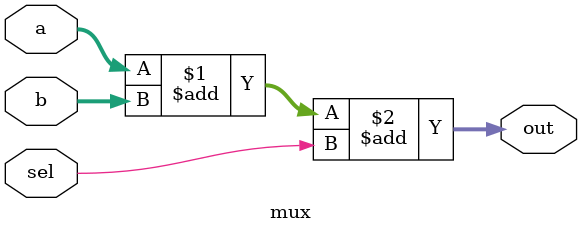
<source format=v>
module mux( 
input [4:0] a, b,
input sel,
output [4:0] out );
// When sel=0, assign a to out. 
// When sel=1, assign b to out.
// mux2to1(a,b,sel,out);

// Full adder
assign out = a + b + sel;

endmodule

</source>
